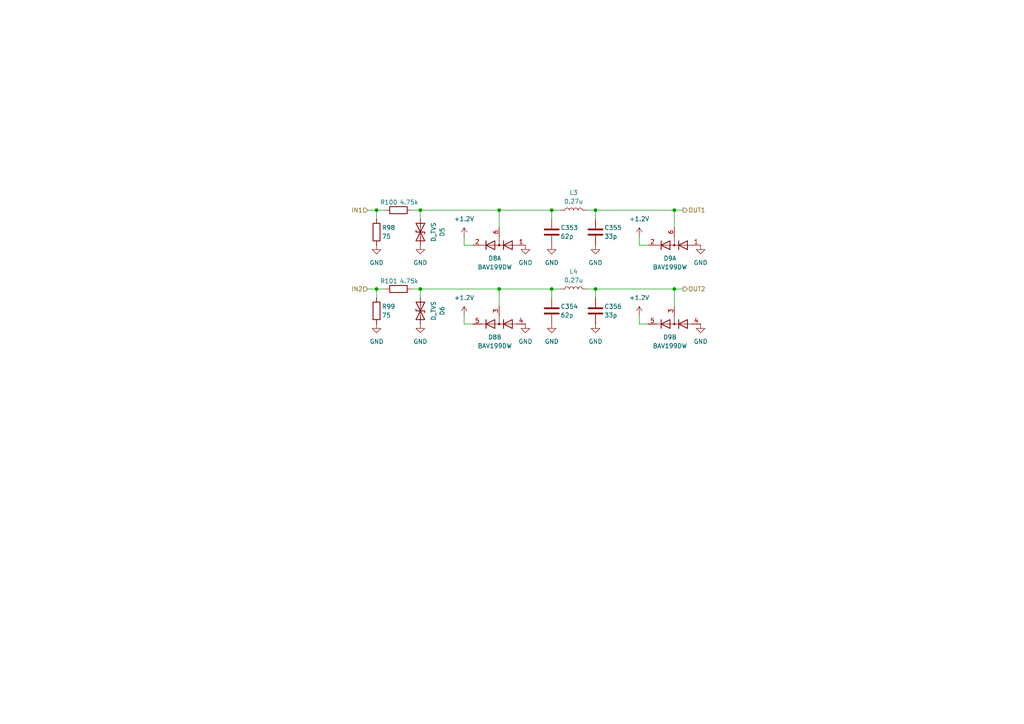
<source format=kicad_sch>
(kicad_sch (version 20250114) (generator "eeschema") (generator_version "9.0")
  (paper "A4")
  (lib_symbols
    (symbol "Device:C" (pin_numbers (hide yes)) (pin_names (offset 0.254))
      (property "Reference" "C" (at 0.635 2.54 0))
      (property "Value" "C" (at 0.635 -2.54 0))
      (symbol "C_0_1"
        (polyline (pts (xy -2.032 0.762) (xy 2.032 0.762)) (stroke (width 0.508)))
        (polyline (pts (xy -2.032 -0.762) (xy 2.032 -0.762)) (stroke (width 0.508)))
      )
      (symbol "C_1_1"
        (pin passive line (at 0 3.81 270) (length 2.794) (name "~") (number "1"))
        (pin passive line (at 0 -3.81 90) (length 2.794) (name "~") (number "2"))
      )
    )
    (symbol "Device:D_TVS" (pin_numbers (hide yes)) (pin_names (offset 1.016) (hide yes))
      (property "Reference" "D" (at 0 2.54 0))
      (property "Value" "D_TVS" (at 0 -2.54 0))
      (symbol "D_TVS_0_1"
        (polyline (pts (xy -2.54 1.27) (xy -2.54 -1.27) (xy 2.54 1.27) (xy 2.54 -1.27) (xy -2.54 1.27)) (stroke (width 0.254)))
        (polyline (pts (xy 0.508 1.27) (xy 0 1.27) (xy 0 -1.27) (xy -0.508 -1.27)) (stroke (width 0.254)))
        (polyline (pts (xy 1.27 0) (xy -1.27 0)))
      )
      (symbol "D_TVS_1_1"
        (pin passive line (at -3.81 0 0) (length 2.54) (name "A1") (number "1"))
        (pin passive line (at 3.81 0 180) (length 2.54) (name "A2") (number "2"))
      )
    )
    (symbol "Device:L" (pin_numbers (hide yes)) (pin_names (offset 1.016) (hide yes))
      (property "Reference" "L" (at -1.27 0 90))
      (property "Value" "L" (at 1.905 0 90))
      (symbol "L_0_1"
        (arc (start 0 2.54) (mid 0.6323 1.905) (end 0 1.27))
        (arc (start 0 1.27) (mid 0.6323 0.635) (end 0 0))
        (arc (start 0 0) (mid 0.6323 -0.635) (end 0 -1.27))
        (arc (start 0 -1.27) (mid 0.6323 -1.905) (end 0 -2.54))
      )
      (symbol "L_1_1"
        (pin passive line (at 0 3.81 270) (length 1.27) (name "1") (number "1"))
        (pin passive line (at 0 -3.81 90) (length 1.27) (name "2") (number "2"))
      )
    )
    (symbol "Device:R" (pin_numbers (hide yes)) (pin_names (offset 0))
      (property "Reference" "R" (at 2.032 0 90))
      (property "Value" "R" (at 0 0 90))
      (symbol "R_0_1"
        (rectangle (start -1.016 -2.54) (end 1.016 2.54) (stroke (width 0.254)))
      )
      (symbol "R_1_1"
        (pin passive line (at 0 3.81 270) (length 1.27) (name "~") (number "1"))
        (pin passive line (at 0 -3.81 90) (length 1.27) (name "~") (number "2"))
      )
    )
    (symbol "Diode:BAV199DW" (pin_names (offset 0.0254) (hide yes))
      (property "Reference" "D" (at 0 2.54 0))
      (property "Value" "BAV199DW" (at 0 5.08 0))
      (symbol "BAV199DW_0_1"
        (polyline (pts (xy -5.08 0) (xy 5.08 0)))
        (polyline (pts (xy -3.81 1.27) (xy -1.27 0) (xy -3.81 -1.27) (xy -3.81 1.27) (xy -3.81 1.27) (xy -3.81 1.27)) (stroke (width 0.254)))
        (polyline (pts (xy -1.27 -1.27) (xy -1.27 1.27) (xy -1.27 1.27)) (stroke (width 0.254)))
        (polyline (pts (xy 0 0) (xy 0 -2.54)))
        (circle (center 0 0) (radius 0.254) (fill (type outline)))
        (polyline (pts (xy 1.27 1.27) (xy 3.81 0) (xy 1.27 -1.27) (xy 1.27 1.27) (xy 1.27 1.27) (xy 1.27 1.27)) (stroke (width 0.254)))
        (polyline (pts (xy 3.81 1.27) (xy 3.81 -1.27) (xy 3.81 -1.27)) (stroke (width 0.254)))
      )
      (symbol "BAV199DW_1_1"
        (polyline (pts (xy 6.35 0) (xy 7.62 0)))
        (pin passive line (at -7.62 0 0) (length 2.54) (name "A1") (number "1"))
        (pin passive line (at 0 -5.08 90) (length 2.54) (name "K3A4") (number "6"))
        (pin passive line (at 7.62 0 180) (length 2.54) (name "K2") (number "2"))
      )
      (symbol "BAV199DW_2_1"
        (polyline (pts (xy 6.35 0) (xy 7.62 0)))
        (pin passive line (at -7.62 0 0) (length 2.54) (name "A3") (number "4"))
        (pin passive line (at 0 -5.08 90) (length 2.54) (name "K1A2") (number "3"))
        (pin passive line (at 7.62 0 180) (length 2.54) (name "K4") (number "5"))
      )
    )
    (symbol "power:GND" (power) (pin_numbers (hide yes)) (pin_names (offset 0) (hide yes))
      (property "Value" "GND" (at 0 -3.81 0))
      (symbol "GND_0_1"
        (polyline (pts (xy 0 0) (xy 0 -1.27) (xy 1.27 -1.27) (xy 0 -2.54) (xy -1.27 -1.27) (xy 0 -1.27)))
      )
      (symbol "GND_1_1"
        (pin power_in line (at 0 0 270) (length 0) (name "~") (number "1"))
      )
    )
    (symbol "power:VDD" (power) (pin_numbers (hide yes)) (pin_names (offset 0) (hide yes))
      (property "Value" "VDD" (at 0 3.556 0))
      (symbol "VDD_0_1"
        (polyline (pts (xy -0.762 1.27) (xy 0 2.54)))
        (polyline (pts (xy 0 2.54) (xy 0.762 1.27)))
        (polyline (pts (xy 0 0) (xy 0 2.54)))
      )
      (symbol "VDD_1_1"
        (pin power_in line (at 0 0 90) (length 0) (name "~") (number "1"))
      )
    )
  )
  (junction (at 144.78 83.82))
  (junction (at 109.22 83.82))
  (junction (at 160.02 83.82))
  (junction (at 109.22 60.96))
  (junction (at 144.78 60.96))
  (junction (at 172.72 83.82))
  (junction (at 195.58 60.96))
  (junction (at 121.92 60.96))
  (junction (at 121.92 83.82))
  (junction (at 172.72 60.96))
  (junction (at 195.58 83.82))
  (junction (at 160.02 60.96))
  (wire (pts (xy 109.22 60.96) (xy 109.22 63.5)))
  (wire (pts (xy 144.78 83.82) (xy 160.02 83.82)))
  (wire (pts (xy 121.92 83.82) (xy 144.78 83.82)))
  (wire (pts (xy 195.58 88.9) (xy 195.58 83.82)))
  (wire (pts (xy 134.62 71.12) (xy 134.62 68.58)))
  (wire (pts (xy 160.02 83.82) (xy 160.02 86.36)))
  (wire (pts (xy 172.72 60.96) (xy 172.72 63.5)))
  (wire (pts (xy 111.76 83.82) (xy 109.22 83.82)))
  (wire (pts (xy 172.72 83.82) (xy 195.58 83.82)))
  (wire (pts (xy 195.58 60.96) (xy 198.12 60.96)))
  (wire (pts (xy 172.72 60.96) (xy 195.58 60.96)))
  (wire (pts (xy 172.72 83.82) (xy 172.72 86.36)))
  (wire (pts (xy 195.58 66.04) (xy 195.58 60.96)))
  (wire (pts (xy 134.62 71.12) (xy 137.16 71.12)))
  (wire (pts (xy 109.22 83.82) (xy 109.22 86.36)))
  (wire (pts (xy 185.42 93.98) (xy 187.96 93.98)))
  (wire (pts (xy 160.02 60.96) (xy 162.56 60.96)))
  (wire (pts (xy 134.62 93.98) (xy 134.62 91.44)))
  (wire (pts (xy 121.92 60.96) (xy 144.78 60.96)))
  (wire (pts (xy 121.92 83.82) (xy 119.38 83.82)))
  (wire (pts (xy 170.18 60.96) (xy 172.72 60.96)))
  (wire (pts (xy 195.58 83.82) (xy 198.12 83.82)))
  (wire (pts (xy 144.78 83.82) (xy 144.78 88.9)))
  (wire (pts (xy 144.78 60.96) (xy 144.78 66.04)))
  (wire (pts (xy 106.68 60.96) (xy 109.22 60.96)))
  (wire (pts (xy 121.92 60.96) (xy 119.38 60.96)))
  (wire (pts (xy 106.68 83.82) (xy 109.22 83.82)))
  (wire (pts (xy 160.02 60.96) (xy 160.02 63.5)))
  (wire (pts (xy 134.62 93.98) (xy 137.16 93.98)))
  (wire (pts (xy 170.18 83.82) (xy 172.72 83.82)))
  (wire (pts (xy 160.02 83.82) (xy 162.56 83.82)))
  (wire (pts (xy 111.76 60.96) (xy 109.22 60.96)))
  (wire (pts (xy 185.42 93.98) (xy 185.42 91.44)))
  (wire (pts (xy 121.92 86.36) (xy 121.92 83.82)))
  (wire (pts (xy 185.42 71.12) (xy 185.42 68.58)))
  (wire (pts (xy 185.42 71.12) (xy 187.96 71.12)))
  (wire (pts (xy 121.92 63.5) (xy 121.92 60.96)))
  (wire (pts (xy 144.78 60.96) (xy 160.02 60.96)))
  (hierarchical_label "OUT2" (shape output) (at 198.12 83.82 0))
  (hierarchical_label "IN1" (shape input) (at 106.68 60.96 180))
  (hierarchical_label "OUT1" (shape output) (at 198.12 60.96 0))
  (hierarchical_label "IN2" (shape input) (at 106.68 83.82 180))
  (symbol (lib_id "Device:R") (at 109.22 67.31 0) (unit 1)
    (property "Reference" "R94" (at 110.744 66.04 0) (effects (justify left)))
    (property "Value" "75" (at 110.744 68.58 0) (effects (justify left)))
    (property "Description" "Resistor" (effects (hide yes)))
    (instances (project "StingBurst" (path "" (reference "R98") (unit 1)) (path "" (reference "R94") (unit 1))))
  )
  (symbol (lib_id "Diode:BAV199DW") (at 144.78 93.98 180) (unit 2)
    (property "Reference" "D3" (at 143.51 97.79 0))
    (property "Value" "BAV199DW" (at 143.51 100.33 0))
    (property "Footprint" "Package_TO_SOT_SMD:SOT-363_SC-70-6" (effects (hide yes)))
    (property "Datasheet" "https://www.diodes.com/assets/Datasheets/ds30417.pdf" (effects (hide yes)))
    (property "Description" "Quad Surface Mount Low Leakage Diode, SOT-363" (effects (hide yes)))
    (instances (project "StingBurst" (path "" (reference "D8") (unit 2)) (path "" (reference "D3") (unit 2))))
  )
  (symbol (lib_id "power:VDD") (at 134.62 68.58 0) (unit 1)
    (property "Reference" "#PWR0184" (effects (hide yes)))
    (property "Value" "+1.2V" (at 134.62 63.5 0))
    (property "Description" "Power symbol creates a global label with name \"VDD\"" (effects (hide yes)))
    (instances (project "StingBurst" (path "" (reference "#PWR0204") (unit 1)) (path "" (reference "#PWR0184") (unit 1))))
  )
  (symbol (lib_id "Device:D_TVS") (at 121.92 67.31 270) (unit 1)
    (property "Reference" "D3" (at 128.27 67.31 0))
    (property "Value" "D_TVS" (at 125.73 67.31 0))
    (property "Description" "Bidirectional transient-voltage-suppression diode" (effects (hide yes)))
    (instances (project "StingBurst" (path "" (reference "D5") (unit 1)) (path "" (reference "D3") (unit 1))))
  )
  (symbol (lib_id "power:GND") (at 172.72 93.98 0) (unit 1)
    (property "Reference" "#PWR0197" (effects (hide yes)))
    (property "Value" "GND" (at 172.72 99.06 0))
    (property "Description" "Power symbol creates a global label with name \"GND\" , ground" (effects (hide yes)))
    (instances (project "StingBurst" (path "" (reference "#PWR0211") (unit 1)) (path "" (reference "#PWR0197") (unit 1))))
  )
  (symbol (lib_id "Device:C") (at 160.02 67.31 0) (unit 1)
    (property "Reference" "C349" (at 162.56 66.04 0) (effects (justify left)))
    (property "Value" "62p" (at 162.56 68.58 0) (effects (justify left)))
    (property "Description" "Unpolarized capacitor" (effects (hide yes)))
    (instances (project "StingBurst" (path "" (reference "C353") (unit 1)) (path "" (reference "C349") (unit 1))))
  )
  (symbol (lib_id "power:GND") (at 152.4 71.12 0) (unit 1)
    (property "Reference" "#PWR0185" (effects (hide yes)))
    (property "Value" "GND" (at 152.4 76.2 0))
    (property "Description" "Power symbol creates a global label with name \"GND\" , ground" (effects (hide yes)))
    (instances (project "StingBurst" (path "" (reference "#PWR0206") (unit 1)) (path "" (reference "#PWR0185") (unit 1))))
  )
  (symbol (lib_id "Device:L") (at 166.37 60.96 90) (unit 1)
    (property "Reference" "L1" (at 166.37 55.88 90))
    (property "Value" "0.27u" (at 166.37 58.42 90))
    (property "Description" "Inductor" (effects (hide yes)))
    (instances (project "StingBurst" (path "" (reference "L3") (unit 1)) (path "" (reference "L1") (unit 1))))
  )
  (symbol (lib_id "Device:D_TVS") (at 121.92 90.17 270) (unit 1)
    (property "Reference" "D4" (at 128.27 90.17 0))
    (property "Value" "D_TVS" (at 125.73 90.17 0))
    (property "Description" "Bidirectional transient-voltage-suppression diode" (effects (hide yes)))
    (instances (project "StingBurst" (path "" (reference "D6") (unit 1)) (path "" (reference "D4") (unit 1))))
  )
  (symbol (lib_id "Device:R") (at 109.22 90.17 0) (unit 1)
    (property "Reference" "R96" (at 110.744 88.9 0) (effects (justify left)))
    (property "Value" "75" (at 110.744 91.44 0) (effects (justify left)))
    (property "Description" "Resistor" (effects (hide yes)))
    (instances (project "StingBurst" (path "" (reference "R99") (unit 1)) (path "" (reference "R96") (unit 1))))
  )
  (symbol (lib_id "power:GND") (at 152.4 93.98 0) (unit 1)
    (property "Reference" "#PWR0195" (effects (hide yes)))
    (property "Value" "GND" (at 152.4 99.06 0))
    (property "Description" "Power symbol creates a global label with name \"GND\" , ground" (effects (hide yes)))
    (instances (project "StingBurst" (path "" (reference "#PWR0207") (unit 1)) (path "" (reference "#PWR0195") (unit 1))))
  )
  (symbol (lib_id "power:VDD") (at 185.42 68.58 0) (unit 1)
    (property "Reference" "#PWR0191" (effects (hide yes)))
    (property "Value" "+1.2V" (at 185.42 63.5 0))
    (property "Description" "Power symbol creates a global label with name \"VDD\"" (effects (hide yes)))
    (instances (project "StingBurst" (path "" (reference "#PWR0212") (unit 1)) (path "" (reference "#PWR0191") (unit 1))))
  )
  (symbol (lib_id "Device:R") (at 115.57 83.82 90) (unit 1)
    (property "Reference" "R97" (at 112.776 81.534 90))
    (property "Value" "4.75k" (at 118.618 81.534 90))
    (property "Description" "Resistor" (effects (hide yes)))
    (instances (project "StingBurst" (path "" (reference "R101") (unit 1)) (path "" (reference "R97") (unit 1))))
  )
  (symbol (lib_id "power:GND") (at 172.72 71.12 0) (unit 1)
    (property "Reference" "#PWR0189" (effects (hide yes)))
    (property "Value" "GND" (at 172.72 76.2 0))
    (property "Description" "Power symbol creates a global label with name \"GND\" , ground" (effects (hide yes)))
    (instances (project "StingBurst" (path "" (reference "#PWR0210") (unit 1)) (path "" (reference "#PWR0189") (unit 1))))
  )
  (symbol (lib_id "Device:C") (at 172.72 67.31 0) (unit 1)
    (property "Reference" "C350" (at 175.26 66.04 0) (effects (justify left)))
    (property "Value" "33p" (at 175.26 68.58 0) (effects (justify left)))
    (property "Description" "Unpolarized capacitor" (effects (hide yes)))
    (instances (project "StingBurst" (path "" (reference "C355") (unit 1)) (path "" (reference "C350") (unit 1))))
  )
  (symbol (lib_id "power:GND") (at 160.02 71.12 0) (unit 1)
    (property "Reference" "#PWR0188" (effects (hide yes)))
    (property "Value" "GND" (at 160.02 76.2 0))
    (property "Description" "Power symbol creates a global label with name \"GND\" , ground" (effects (hide yes)))
    (instances (project "StingBurst" (path "" (reference "#PWR0208") (unit 1)) (path "" (reference "#PWR0188") (unit 1))))
  )
  (symbol (lib_id "power:VDD") (at 185.42 91.44 0) (unit 1)
    (property "Reference" "#PWR0198" (effects (hide yes)))
    (property "Value" "+1.2V" (at 185.42 86.36 0))
    (property "Description" "Power symbol creates a global label with name \"VDD\"" (effects (hide yes)))
    (instances (project "StingBurst" (path "" (reference "#PWR0213") (unit 1)) (path "" (reference "#PWR0198") (unit 1))))
  )
  (symbol (lib_id "power:GND") (at 203.2 93.98 0) (unit 1)
    (property "Reference" "#PWR0199" (effects (hide yes)))
    (property "Value" "GND" (at 203.2 99.06 0))
    (property "Description" "Power symbol creates a global label with name \"GND\" , ground" (effects (hide yes)))
    (instances (project "StingBurst" (path "" (reference "#PWR0215") (unit 1)) (path "" (reference "#PWR0199") (unit 1))))
  )
  (symbol (lib_id "Device:C") (at 160.02 90.17 0) (unit 1)
    (property "Reference" "C351" (at 162.56 88.9 0) (effects (justify left)))
    (property "Value" "62p" (at 162.56 91.44 0) (effects (justify left)))
    (property "Description" "Unpolarized capacitor" (effects (hide yes)))
    (instances (project "StingBurst" (path "" (reference "C354") (unit 1)) (path "" (reference "C351") (unit 1))))
  )
  (symbol (lib_id "power:GND") (at 121.92 93.98 0) (unit 1)
    (property "Reference" "#PWR0193" (effects (hide yes)))
    (property "Value" "GND" (at 121.92 99.06 0))
    (property "Description" "Power symbol creates a global label with name \"GND\" , ground" (effects (hide yes)))
    (instances (project "StingBurst" (path "" (reference "#PWR0203") (unit 1)) (path "" (reference "#PWR0193") (unit 1))))
  )
  (symbol (lib_id "Diode:BAV199DW") (at 195.58 71.12 180) (unit 1)
    (property "Reference" "D4" (at 194.31 74.93 0))
    (property "Value" "BAV199DW" (at 194.31 77.47 0))
    (property "Footprint" "Package_TO_SOT_SMD:SOT-363_SC-70-6" (effects (hide yes)))
    (property "Datasheet" "https://www.diodes.com/assets/Datasheets/ds30417.pdf" (effects (hide yes)))
    (property "Description" "Quad Surface Mount Low Leakage Diode, SOT-363" (effects (hide yes)))
    (instances (project "StingBurst" (path "" (reference "D9") (unit 1)) (path "" (reference "D4") (unit 1))))
  )
  (symbol (lib_id "power:GND") (at 160.02 93.98 0) (unit 1)
    (property "Reference" "#PWR0196" (effects (hide yes)))
    (property "Value" "GND" (at 160.02 99.06 0))
    (property "Description" "Power symbol creates a global label with name \"GND\" , ground" (effects (hide yes)))
    (instances (project "StingBurst" (path "" (reference "#PWR0209") (unit 1)) (path "" (reference "#PWR0196") (unit 1))))
  )
  (symbol (lib_id "Device:L") (at 166.37 83.82 90) (unit 1)
    (property "Reference" "L2" (at 166.37 78.74 90))
    (property "Value" "0.27u" (at 166.37 81.28 90))
    (property "Description" "Inductor" (effects (hide yes)))
    (instances (project "StingBurst" (path "" (reference "L4") (unit 1)) (path "" (reference "L2") (unit 1))))
  )
  (symbol (lib_id "Diode:BAV199DW") (at 144.78 71.12 180) (unit 1)
    (property "Reference" "D3" (at 143.51 74.93 0))
    (property "Value" "BAV199DW" (at 143.51 77.47 0))
    (property "Footprint" "Package_TO_SOT_SMD:SOT-363_SC-70-6" (effects (hide yes)))
    (property "Datasheet" "https://www.diodes.com/assets/Datasheets/ds30417.pdf" (effects (hide yes)))
    (property "Description" "Quad Surface Mount Low Leakage Diode, SOT-363" (effects (hide yes)))
    (instances (project "StingBurst" (path "" (reference "D8") (unit 1)) (path "" (reference "D3") (unit 1))))
  )
  (symbol (lib_id "Diode:BAV199DW") (at 195.58 93.98 180) (unit 2)
    (property "Reference" "D4" (at 194.31 97.79 0))
    (property "Value" "BAV199DW" (at 194.31 100.33 0))
    (property "Footprint" "Package_TO_SOT_SMD:SOT-363_SC-70-6" (effects (hide yes)))
    (property "Datasheet" "https://www.diodes.com/assets/Datasheets/ds30417.pdf" (effects (hide yes)))
    (property "Description" "Quad Surface Mount Low Leakage Diode, SOT-363" (effects (hide yes)))
    (instances (project "StingBurst" (path "" (reference "D9") (unit 2)) (path "" (reference "D4") (unit 2))))
  )
  (symbol (lib_id "Device:C") (at 172.72 90.17 0) (unit 1)
    (property "Reference" "C352" (at 175.26 88.9 0) (effects (justify left)))
    (property "Value" "33p" (at 175.26 91.44 0) (effects (justify left)))
    (property "Description" "Unpolarized capacitor" (effects (hide yes)))
    (instances (project "StingBurst" (path "" (reference "C356") (unit 1)) (path "" (reference "C352") (unit 1))))
  )
  (symbol (lib_id "Device:R") (at 115.57 60.96 90) (unit 1)
    (property "Reference" "R95" (at 112.776 58.674 90))
    (property "Value" "4.75k" (at 118.618 58.674 90))
    (property "Description" "Resistor" (effects (hide yes)))
    (instances (project "StingBurst" (path "" (reference "R100") (unit 1)) (path "" (reference "R95") (unit 1))))
  )
  (symbol (lib_id "power:VDD") (at 134.62 91.44 0) (unit 1)
    (property "Reference" "#PWR0194" (effects (hide yes)))
    (property "Value" "+1.2V" (at 134.62 86.36 0))
    (property "Description" "Power symbol creates a global label with name \"VDD\"" (effects (hide yes)))
    (instances (project "StingBurst" (path "" (reference "#PWR0205") (unit 1)) (path "" (reference "#PWR0194") (unit 1))))
  )
  (symbol (lib_id "power:GND") (at 121.92 71.12 0) (unit 1)
    (property "Reference" "#PWR0187" (effects (hide yes)))
    (property "Value" "GND" (at 121.92 76.2 0))
    (property "Description" "Power symbol creates a global label with name \"GND\" , ground" (effects (hide yes)))
    (instances (project "StingBurst" (path "" (reference "#PWR0202") (unit 1)) (path "" (reference "#PWR0187") (unit 1))))
  )
  (symbol (lib_id "power:GND") (at 109.22 93.98 0) (unit 1)
    (property "Reference" "#PWR0192" (effects (hide yes)))
    (property "Value" "GND" (at 109.22 99.06 0))
    (property "Description" "Power symbol creates a global label with name \"GND\" , ground" (effects (hide yes)))
    (instances (project "StingBurst" (path "" (reference "#PWR0201") (unit 1)) (path "" (reference "#PWR0192") (unit 1))))
  )
  (symbol (lib_id "power:GND") (at 203.2 71.12 0) (unit 1)
    (property "Reference" "#PWR0190" (effects (hide yes)))
    (property "Value" "GND" (at 203.2 76.2 0))
    (property "Description" "Power symbol creates a global label with name \"GND\" , ground" (effects (hide yes)))
    (instances (project "StingBurst" (path "" (reference "#PWR0214") (unit 1)) (path "" (reference "#PWR0190") (unit 1))))
  )
  (symbol (lib_id "power:GND") (at 109.22 71.12 0) (unit 1)
    (property "Reference" "#PWR0186" (effects (hide yes)))
    (property "Value" "GND" (at 109.22 76.2 0))
    (property "Description" "Power symbol creates a global label with name \"GND\" , ground" (effects (hide yes)))
    (instances (project "StingBurst" (path "" (reference "#PWR0200") (unit 1)) (path "" (reference "#PWR0186") (unit 1))))
  )
)
</source>
